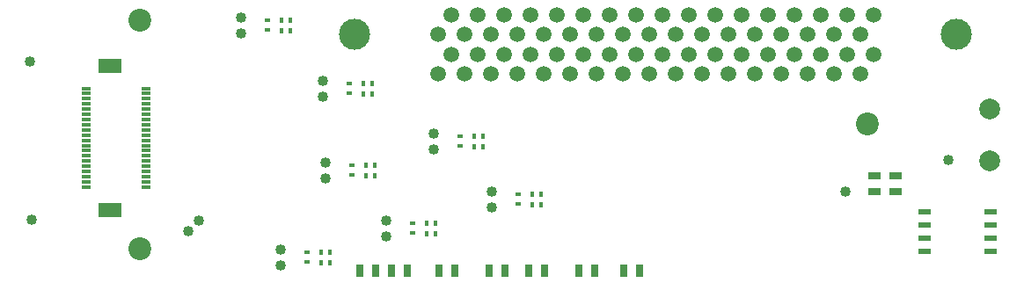
<source format=gts>
G04 (created by PCBNEW (2013-mar-13)-testing) date Mon 11 Nov 2013 03:54:01 AM CET*
%MOIN*%
G04 Gerber Fmt 3.4, Leading zero omitted, Abs format*
%FSLAX34Y34*%
G01*
G70*
G90*
G04 APERTURE LIST*
%ADD10C,0.005906*%
%ADD11R,0.045000X0.025000*%
%ADD12R,0.025000X0.045000*%
%ADD13C,0.078740*%
%ADD14C,0.040000*%
%ADD15R,0.045000X0.020000*%
%ADD16R,0.015700X0.023600*%
%ADD17R,0.023600X0.015700*%
%ADD18C,0.086614*%
%ADD19R,0.035433X0.011811*%
%ADD20R,0.086614X0.053150*%
%ADD21C,0.059055*%
%ADD22C,0.118110*%
G04 APERTURE END LIST*
G54D10*
G54D11*
X73100Y-54700D03*
X73100Y-55300D03*
X73900Y-54700D03*
X73900Y-55300D03*
G54D12*
X56600Y-58300D03*
X57200Y-58300D03*
X63600Y-58300D03*
X64200Y-58300D03*
G54D13*
X77460Y-54134D03*
X77460Y-52165D03*
G54D14*
X41180Y-56390D03*
X72000Y-55300D03*
X41090Y-50370D03*
X50600Y-58100D03*
X50600Y-57500D03*
X54600Y-57000D03*
X54600Y-56400D03*
X58600Y-55900D03*
X58600Y-55300D03*
X52300Y-54800D03*
X52300Y-54200D03*
X56400Y-53700D03*
X56400Y-53100D03*
X52200Y-51700D03*
X52200Y-51100D03*
X49100Y-49300D03*
X49100Y-48700D03*
X47100Y-56800D03*
X47500Y-56400D03*
X75900Y-54100D03*
G54D12*
X60000Y-58300D03*
X60600Y-58300D03*
X54800Y-58300D03*
X55400Y-58300D03*
X61900Y-58300D03*
X62500Y-58300D03*
X54200Y-58300D03*
X53600Y-58300D03*
X59100Y-58300D03*
X58500Y-58300D03*
G54D15*
X75000Y-57580D03*
X75000Y-57080D03*
X75000Y-56580D03*
X75000Y-56080D03*
X77500Y-56080D03*
X77500Y-56580D03*
X77500Y-57080D03*
X77500Y-57580D03*
G54D16*
X54077Y-51600D03*
X53723Y-51600D03*
X54077Y-51200D03*
X53723Y-51200D03*
X50977Y-48800D03*
X50623Y-48800D03*
X50977Y-49200D03*
X50623Y-49200D03*
X58277Y-53200D03*
X57923Y-53200D03*
X58277Y-53600D03*
X57923Y-53600D03*
X54177Y-54300D03*
X53823Y-54300D03*
X54177Y-54700D03*
X53823Y-54700D03*
X60477Y-55400D03*
X60123Y-55400D03*
X60477Y-55800D03*
X60123Y-55800D03*
X56477Y-56500D03*
X56123Y-56500D03*
X56477Y-56900D03*
X56123Y-56900D03*
X52477Y-57600D03*
X52123Y-57600D03*
X52477Y-58000D03*
X52123Y-58000D03*
G54D17*
X51600Y-57977D03*
X51600Y-57623D03*
X55600Y-56877D03*
X55600Y-56523D03*
X59600Y-55777D03*
X59600Y-55423D03*
X53300Y-54677D03*
X53300Y-54323D03*
X57400Y-53577D03*
X57400Y-53223D03*
X50100Y-49177D03*
X50100Y-48823D03*
X53200Y-51223D03*
X53200Y-51577D03*
G54D18*
X45275Y-48818D03*
X45275Y-57480D03*
X72834Y-52755D03*
G54D19*
X45486Y-55140D03*
X43242Y-55140D03*
X45486Y-54944D03*
X43242Y-54944D03*
X45486Y-54747D03*
X43242Y-54747D03*
X45486Y-54550D03*
X43242Y-54550D03*
X45486Y-54353D03*
X43242Y-54353D03*
X45486Y-54156D03*
X43242Y-54156D03*
X45486Y-53959D03*
X43242Y-53959D03*
X45486Y-53762D03*
X43242Y-53762D03*
X45486Y-53566D03*
X43242Y-53566D03*
X45486Y-53369D03*
X43242Y-53369D03*
X45486Y-53172D03*
X43242Y-53172D03*
X45486Y-52975D03*
X43242Y-52975D03*
X45486Y-52778D03*
X43242Y-52778D03*
X45486Y-52581D03*
X43242Y-52581D03*
X45486Y-52385D03*
X43242Y-52385D03*
X45486Y-52188D03*
X43242Y-52188D03*
X45486Y-51991D03*
X43242Y-51991D03*
X45486Y-51794D03*
X43242Y-51794D03*
X45486Y-51597D03*
X43242Y-51597D03*
X45486Y-51400D03*
X43242Y-51400D03*
G54D20*
X44128Y-55999D03*
X44128Y-50544D03*
G54D21*
X73059Y-50098D03*
X73059Y-48598D03*
X72559Y-50848D03*
X72559Y-49348D03*
X72059Y-50098D03*
X72059Y-48598D03*
X71559Y-50848D03*
X71559Y-49348D03*
X71059Y-50098D03*
X71059Y-48598D03*
X70559Y-50848D03*
X70559Y-49348D03*
X70059Y-50098D03*
X70059Y-48598D03*
X69559Y-50848D03*
X69559Y-49348D03*
X69059Y-50098D03*
X69059Y-48598D03*
X68559Y-50848D03*
X68559Y-49348D03*
X68059Y-50098D03*
X68059Y-48598D03*
X67559Y-50848D03*
X67559Y-49348D03*
X67059Y-50098D03*
X67059Y-48598D03*
X66559Y-50848D03*
X66559Y-49348D03*
X66059Y-50098D03*
X66059Y-48598D03*
X65559Y-50848D03*
X65559Y-49348D03*
X65059Y-50098D03*
X65059Y-48598D03*
X64559Y-50848D03*
X64559Y-49348D03*
X64059Y-50098D03*
X64059Y-48598D03*
X63559Y-50848D03*
X63559Y-49348D03*
X63059Y-50098D03*
X63059Y-48598D03*
X62559Y-50848D03*
X62559Y-49348D03*
X62059Y-50098D03*
X62059Y-48598D03*
X61559Y-50848D03*
X61559Y-49348D03*
X61059Y-50098D03*
X61059Y-48598D03*
X60559Y-50848D03*
X60559Y-49348D03*
X60059Y-50098D03*
X60059Y-48598D03*
X59559Y-50848D03*
X59559Y-49348D03*
X59059Y-50098D03*
X59059Y-48598D03*
X58559Y-50848D03*
X58559Y-49348D03*
X58059Y-50098D03*
X58059Y-48598D03*
X57559Y-50848D03*
X57559Y-49348D03*
X57059Y-50098D03*
X57059Y-48598D03*
X56559Y-50848D03*
X56559Y-49348D03*
G54D22*
X53409Y-49348D03*
X76208Y-49348D03*
M02*

</source>
